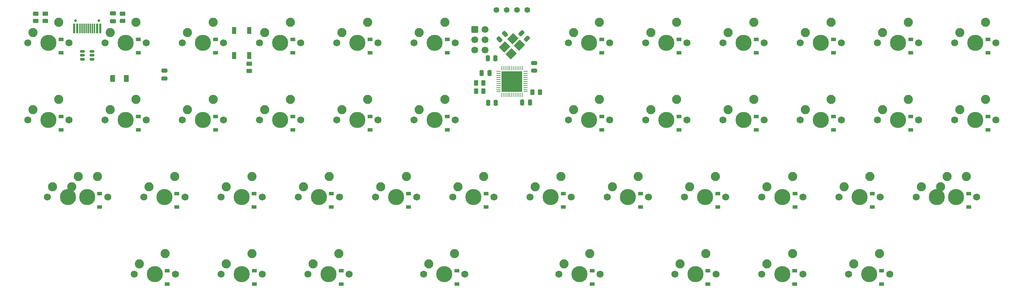
<source format=gbs>
G04 #@! TF.GenerationSoftware,KiCad,Pcbnew,(6.0.5)*
G04 #@! TF.CreationDate,2022-07-31T23:30:22-04:00*
G04 #@! TF.ProjectId,phoenix45_alpha-rounded,70686f65-6e69-4783-9435-5f616c706861,rev?*
G04 #@! TF.SameCoordinates,Original*
G04 #@! TF.FileFunction,Soldermask,Bot*
G04 #@! TF.FilePolarity,Negative*
%FSLAX46Y46*%
G04 Gerber Fmt 4.6, Leading zero omitted, Abs format (unit mm)*
G04 Created by KiCad (PCBNEW (6.0.5)) date 2022-07-31 23:30:22*
%MOMM*%
%LPD*%
G01*
G04 APERTURE LIST*
G04 Aperture macros list*
%AMRoundRect*
0 Rectangle with rounded corners*
0 $1 Rounding radius*
0 $2 $3 $4 $5 $6 $7 $8 $9 X,Y pos of 4 corners*
0 Add a 4 corners polygon primitive as box body*
4,1,4,$2,$3,$4,$5,$6,$7,$8,$9,$2,$3,0*
0 Add four circle primitives for the rounded corners*
1,1,$1+$1,$2,$3*
1,1,$1+$1,$4,$5*
1,1,$1+$1,$6,$7*
1,1,$1+$1,$8,$9*
0 Add four rect primitives between the rounded corners*
20,1,$1+$1,$2,$3,$4,$5,0*
20,1,$1+$1,$4,$5,$6,$7,0*
20,1,$1+$1,$6,$7,$8,$9,0*
20,1,$1+$1,$8,$9,$2,$3,0*%
%AMRotRect*
0 Rectangle, with rotation*
0 The origin of the aperture is its center*
0 $1 length*
0 $2 width*
0 $3 Rotation angle, in degrees counterclockwise*
0 Add horizontal line*
21,1,$1,$2,0,0,$3*%
G04 Aperture macros list end*
%ADD10C,3.987800*%
%ADD11C,1.750000*%
%ADD12C,2.250000*%
%ADD13C,1.397000*%
%ADD14RoundRect,0.250000X-0.600000X-0.600000X0.600000X-0.600000X0.600000X0.600000X-0.600000X0.600000X0*%
%ADD15C,1.700000*%
%ADD16R,1.200000X0.900000*%
%ADD17RoundRect,0.250000X-0.262500X-0.450000X0.262500X-0.450000X0.262500X0.450000X-0.262500X0.450000X0*%
%ADD18RotRect,2.100000X1.800000X225.000000*%
%ADD19RoundRect,0.250000X0.475000X-0.250000X0.475000X0.250000X-0.475000X0.250000X-0.475000X-0.250000X0*%
%ADD20RoundRect,0.250000X-0.250000X-0.475000X0.250000X-0.475000X0.250000X0.475000X-0.250000X0.475000X0*%
%ADD21RoundRect,0.250000X0.262500X0.450000X-0.262500X0.450000X-0.262500X-0.450000X0.262500X-0.450000X0*%
%ADD22R,1.100000X1.800000*%
%ADD23RoundRect,0.250000X0.159099X-0.512652X0.512652X-0.159099X-0.159099X0.512652X-0.512652X0.159099X0*%
%ADD24RoundRect,0.250000X0.250000X0.475000X-0.250000X0.475000X-0.250000X-0.475000X0.250000X-0.475000X0*%
%ADD25RoundRect,0.250000X-0.450000X0.262500X-0.450000X-0.262500X0.450000X-0.262500X0.450000X0.262500X0*%
%ADD26C,0.650000*%
%ADD27R,0.600000X2.450000*%
%ADD28R,0.300000X2.450000*%
%ADD29RoundRect,0.150000X-0.450000X-0.150000X0.450000X-0.150000X0.450000X0.150000X-0.450000X0.150000X0*%
%ADD30RoundRect,0.062500X-0.475000X-0.062500X0.475000X-0.062500X0.475000X0.062500X-0.475000X0.062500X0*%
%ADD31RoundRect,0.062500X-0.062500X-0.475000X0.062500X-0.475000X0.062500X0.475000X-0.062500X0.475000X0*%
%ADD32R,5.200000X5.200000*%
%ADD33RoundRect,0.250000X0.512652X0.159099X0.159099X0.512652X-0.512652X-0.159099X-0.159099X-0.512652X0*%
%ADD34RoundRect,0.210527X-0.389473X-0.664473X0.389473X-0.664473X0.389473X0.664473X-0.389473X0.664473X0*%
G04 APERTURE END LIST*
D10*
X101600000Y-75406250D03*
D11*
X96520000Y-75406250D03*
X106680000Y-75406250D03*
D12*
X97790000Y-72866250D03*
X104140000Y-70326250D03*
D11*
X66198750Y-94456250D03*
D10*
X61118750Y-94456250D03*
D11*
X56038750Y-94456250D03*
D12*
X57308750Y-91916250D03*
X63658750Y-89376250D03*
D10*
X120650000Y-75406250D03*
D11*
X115570000Y-75406250D03*
X125730000Y-75406250D03*
D12*
X116840000Y-72866250D03*
X123190000Y-70326250D03*
D11*
X240030000Y-75406250D03*
D10*
X234950000Y-75406250D03*
D11*
X229870000Y-75406250D03*
D12*
X231140000Y-72866250D03*
X237490000Y-70326250D03*
D11*
X182245000Y-56356250D03*
D10*
X187325000Y-56356250D03*
D11*
X192405000Y-56356250D03*
D12*
X183515000Y-53816250D03*
X189865000Y-51276250D03*
D11*
X230505000Y-37306250D03*
X220345000Y-37306250D03*
D10*
X225425000Y-37306250D03*
D12*
X221615000Y-34766250D03*
X227965000Y-32226250D03*
D10*
X254000000Y-75406250D03*
D11*
X259080000Y-75406250D03*
X248920000Y-75406250D03*
D12*
X250190000Y-72866250D03*
X256540000Y-70326250D03*
D11*
X98901250Y-94456250D03*
X109061250Y-94456250D03*
D10*
X103981250Y-94456250D03*
D12*
X100171250Y-91916250D03*
X106521250Y-89376250D03*
D11*
X40005000Y-37306250D03*
X29845000Y-37306250D03*
D10*
X34925000Y-37306250D03*
D12*
X31115000Y-34766250D03*
X37465000Y-32226250D03*
D10*
X215900000Y-94456250D03*
D11*
X220980000Y-94456250D03*
X210820000Y-94456250D03*
D12*
X212090000Y-91916250D03*
X218440000Y-89376250D03*
D11*
X249555000Y-37306250D03*
D10*
X244475000Y-37306250D03*
D11*
X239395000Y-37306250D03*
D12*
X240665000Y-34766250D03*
X247015000Y-32226250D03*
D13*
X153035000Y-29101250D03*
X150495000Y-29101250D03*
X147955000Y-29101250D03*
X145415000Y-29101250D03*
D11*
X201295000Y-37306250D03*
X211455000Y-37306250D03*
D10*
X206375000Y-37306250D03*
D12*
X202565000Y-34766250D03*
X208915000Y-32226250D03*
D10*
X215900000Y-75406250D03*
D11*
X220980000Y-75406250D03*
X210820000Y-75406250D03*
D12*
X212090000Y-72866250D03*
X218440000Y-70326250D03*
D11*
X230505000Y-56356250D03*
D10*
X225425000Y-56356250D03*
D11*
X220345000Y-56356250D03*
D12*
X221615000Y-53816250D03*
X227965000Y-51276250D03*
D11*
X192405000Y-37306250D03*
X182245000Y-37306250D03*
D10*
X187325000Y-37306250D03*
D12*
X183515000Y-34766250D03*
X189865000Y-32226250D03*
D11*
X48895000Y-56356250D03*
X59055000Y-56356250D03*
D10*
X53975000Y-56356250D03*
D12*
X50165000Y-53816250D03*
X56515000Y-51276250D03*
D10*
X92075000Y-56356250D03*
D11*
X86995000Y-56356250D03*
X97155000Y-56356250D03*
D12*
X88265000Y-53816250D03*
X94615000Y-51276250D03*
D11*
X163830000Y-75406250D03*
X153670000Y-75406250D03*
D10*
X158750000Y-75406250D03*
D12*
X154940000Y-72866250D03*
X161290000Y-70326250D03*
D10*
X82550000Y-94456250D03*
D11*
X87630000Y-94456250D03*
X77470000Y-94456250D03*
D12*
X78740000Y-91916250D03*
X85090000Y-89376250D03*
D11*
X78105000Y-56356250D03*
D10*
X73025000Y-56356250D03*
D11*
X67945000Y-56356250D03*
D12*
X69215000Y-53816250D03*
X75565000Y-51276250D03*
D11*
X239395000Y-56356250D03*
X249555000Y-56356250D03*
D10*
X244475000Y-56356250D03*
D12*
X240665000Y-53816250D03*
X247015000Y-51276250D03*
D11*
X173355000Y-56356250D03*
X163195000Y-56356250D03*
D10*
X168275000Y-56356250D03*
D12*
X164465000Y-53816250D03*
X170815000Y-51276250D03*
D11*
X58420000Y-75406250D03*
D10*
X63500000Y-75406250D03*
D11*
X68580000Y-75406250D03*
D12*
X59690000Y-72866250D03*
X66040000Y-70326250D03*
D11*
X137636250Y-94456250D03*
D10*
X132556250Y-94456250D03*
D11*
X127476250Y-94456250D03*
D12*
X128746250Y-91916250D03*
X135096250Y-89376250D03*
D11*
X172720000Y-75406250D03*
D10*
X177800000Y-75406250D03*
D11*
X182880000Y-75406250D03*
D12*
X173990000Y-72866250D03*
X180340000Y-70326250D03*
D10*
X130175000Y-37306250D03*
D11*
X125095000Y-37306250D03*
X135255000Y-37306250D03*
D12*
X126365000Y-34766250D03*
X132715000Y-32226250D03*
D11*
X29845000Y-56356250D03*
D10*
X34925000Y-56356250D03*
D11*
X40005000Y-56356250D03*
D12*
X31115000Y-53816250D03*
X37465000Y-51276250D03*
D14*
X140017500Y-33972500D03*
D15*
X142557500Y-33972500D03*
X140017500Y-36512500D03*
X142557500Y-36512500D03*
X140017500Y-39052500D03*
X142557500Y-39052500D03*
D11*
X44767500Y-75406250D03*
X34607500Y-75406250D03*
D10*
X39687500Y-75406250D03*
D12*
X35877500Y-72866250D03*
X42227500Y-70326250D03*
D11*
X67945000Y-37306250D03*
X78105000Y-37306250D03*
D10*
X73025000Y-37306250D03*
D12*
X69215000Y-34766250D03*
X75565000Y-32226250D03*
D11*
X135255000Y-56356250D03*
D10*
X130175000Y-56356250D03*
D11*
X125095000Y-56356250D03*
D12*
X126365000Y-53816250D03*
X132715000Y-51276250D03*
D10*
X263525000Y-37306250D03*
D11*
X268605000Y-37306250D03*
X258445000Y-37306250D03*
D12*
X259715000Y-34766250D03*
X266065000Y-32226250D03*
D11*
X106045000Y-37306250D03*
X116205000Y-37306250D03*
D10*
X111125000Y-37306250D03*
D12*
X107315000Y-34766250D03*
X113665000Y-32226250D03*
D10*
X263525000Y-56356250D03*
D11*
X258445000Y-56356250D03*
X268605000Y-56356250D03*
D12*
X259715000Y-53816250D03*
X266065000Y-51276250D03*
D11*
X253682500Y-75406250D03*
D10*
X258762500Y-75406250D03*
D11*
X263842500Y-75406250D03*
D12*
X254952500Y-72866250D03*
X261302500Y-70326250D03*
D11*
X201930000Y-75406250D03*
X191770000Y-75406250D03*
D10*
X196850000Y-75406250D03*
D12*
X193040000Y-72866250D03*
X199390000Y-70326250D03*
D11*
X160813750Y-94456250D03*
D10*
X165893750Y-94456250D03*
D11*
X170973750Y-94456250D03*
D12*
X162083750Y-91916250D03*
X168433750Y-89376250D03*
D10*
X237331250Y-94456250D03*
D11*
X242411250Y-94456250D03*
X232251250Y-94456250D03*
D12*
X233521250Y-91916250D03*
X239871250Y-89376250D03*
D11*
X116205000Y-56356250D03*
X106045000Y-56356250D03*
D10*
X111125000Y-56356250D03*
D12*
X107315000Y-53816250D03*
X113665000Y-51276250D03*
D11*
X199548750Y-94456250D03*
D10*
X194468750Y-94456250D03*
D11*
X189388750Y-94456250D03*
D12*
X190658750Y-91916250D03*
X197008750Y-89376250D03*
D11*
X163195000Y-37306250D03*
X173355000Y-37306250D03*
D10*
X168275000Y-37306250D03*
D12*
X164465000Y-34766250D03*
X170815000Y-32226250D03*
D10*
X44450000Y-75406250D03*
D11*
X49530000Y-75406250D03*
X39370000Y-75406250D03*
D12*
X40640000Y-72866250D03*
X46990000Y-70326250D03*
D11*
X134620000Y-75406250D03*
D10*
X139700000Y-75406250D03*
D11*
X144780000Y-75406250D03*
D12*
X135890000Y-72866250D03*
X142240000Y-70326250D03*
D11*
X87630000Y-75406250D03*
X77470000Y-75406250D03*
D10*
X82550000Y-75406250D03*
D12*
X78740000Y-72866250D03*
X85090000Y-70326250D03*
D10*
X206375000Y-56356250D03*
D11*
X211455000Y-56356250D03*
X201295000Y-56356250D03*
D12*
X202565000Y-53816250D03*
X208915000Y-51276250D03*
D11*
X48895000Y-37306250D03*
D10*
X53975000Y-37306250D03*
D11*
X59055000Y-37306250D03*
D12*
X50165000Y-34766250D03*
X56515000Y-32226250D03*
D11*
X86995000Y-37306250D03*
D10*
X92075000Y-37306250D03*
D11*
X97155000Y-37306250D03*
D12*
X88265000Y-34766250D03*
X94615000Y-32226250D03*
D16*
X85650630Y-77850000D03*
X85650630Y-74550000D03*
D17*
X140375000Y-47180500D03*
X142200000Y-47180500D03*
D18*
X151063478Y-37887868D03*
X149012868Y-39938478D03*
X147386522Y-38312132D03*
X149437132Y-36261522D03*
D19*
X50800000Y-31906250D03*
X50800000Y-30006250D03*
D16*
X104701418Y-77850000D03*
X104701418Y-74550000D03*
X168995262Y-96900000D03*
X168995262Y-93600000D03*
X266626512Y-58800000D03*
X266626512Y-55500000D03*
X190426512Y-58800000D03*
X190426512Y-55500000D03*
X76118439Y-58800000D03*
X76118439Y-55500000D03*
X266626512Y-39750000D03*
X266626512Y-36450000D03*
X135651081Y-96900000D03*
X135651081Y-93600000D03*
X197564834Y-96900000D03*
X197564834Y-93600000D03*
D20*
X143320847Y-52049289D03*
X145220847Y-52049289D03*
D21*
X156133423Y-49471794D03*
X154308423Y-49471794D03*
D16*
X247576512Y-58800000D03*
X247576512Y-55500000D03*
X66599842Y-77850000D03*
X66599842Y-74550000D03*
X261848144Y-77850000D03*
X261848144Y-74550000D03*
D22*
X80700000Y-40406250D03*
X80700000Y-34206250D03*
X84400000Y-34206250D03*
X84400000Y-40406250D03*
D23*
X146171999Y-36390501D03*
X147515501Y-35046999D03*
D16*
X57069135Y-39750000D03*
X57069135Y-36450000D03*
D24*
X143659830Y-44735027D03*
X141759830Y-44735027D03*
D16*
X38019831Y-58800000D03*
X38019831Y-55500000D03*
D25*
X53181250Y-30043750D03*
X53181250Y-31868750D03*
D16*
X218991491Y-96900000D03*
X218991491Y-93600000D03*
X228526512Y-39750000D03*
X228526512Y-36450000D03*
D19*
X154727044Y-44131736D03*
X154727044Y-42231736D03*
D16*
X95167743Y-39750000D03*
X95167743Y-36450000D03*
X171376512Y-39750000D03*
X171376512Y-36450000D03*
D19*
X63495406Y-46035918D03*
X63495406Y-44135918D03*
D16*
X133266352Y-58800000D03*
X133266352Y-55500000D03*
X107081092Y-96900000D03*
X107081092Y-93600000D03*
D25*
X31750000Y-30043750D03*
X31750000Y-31868750D03*
D16*
X247576512Y-39750000D03*
X247576512Y-36450000D03*
X209476512Y-58800000D03*
X209476512Y-55500000D03*
X161853782Y-77850000D03*
X161853782Y-74550000D03*
X199955358Y-77850000D03*
X199955358Y-74550000D03*
D25*
X34131250Y-30043750D03*
X34131250Y-31868750D03*
D26*
X41560000Y-31738600D03*
X47340000Y-31738600D03*
D27*
X41225000Y-33683600D03*
X42000000Y-33683600D03*
D28*
X42700000Y-33683600D03*
X43200000Y-33683600D03*
X43700000Y-33683600D03*
X44200000Y-33683600D03*
X44700000Y-33683600D03*
X45200000Y-33683600D03*
X45700000Y-33683600D03*
X46200000Y-33683600D03*
D27*
X46900000Y-33683600D03*
X47675000Y-33683600D03*
D16*
X142802994Y-77850000D03*
X142802994Y-74550000D03*
X76118439Y-39750000D03*
X76118439Y-36450000D03*
X228526512Y-58800000D03*
X228526512Y-55500000D03*
X123752206Y-77850000D03*
X123752206Y-74550000D03*
X219006146Y-77850000D03*
X219006146Y-74550000D03*
D29*
X43250000Y-41301474D03*
X43250000Y-40351474D03*
X43250000Y-39401474D03*
X45650000Y-39401474D03*
X45650000Y-40351474D03*
X45650000Y-41301474D03*
D30*
X145887500Y-49331250D03*
X145887500Y-48831250D03*
X145887500Y-48331250D03*
X145887500Y-47831250D03*
X145887500Y-47331250D03*
X145887500Y-46831250D03*
X145887500Y-46331250D03*
X145887500Y-45831250D03*
X145887500Y-45331250D03*
X145887500Y-44831250D03*
X145887500Y-44331250D03*
D31*
X146725000Y-43493750D03*
X147225000Y-43493750D03*
X147725000Y-43493750D03*
X148225000Y-43493750D03*
X148725000Y-43493750D03*
X149225000Y-43493750D03*
X149725000Y-43493750D03*
X150225000Y-43493750D03*
X150725000Y-43493750D03*
X151225000Y-43493750D03*
X151725000Y-43493750D03*
D30*
X152562500Y-44331250D03*
X152562500Y-44831250D03*
X152562500Y-45331250D03*
X152562500Y-45831250D03*
X152562500Y-46331250D03*
X152562500Y-46831250D03*
X152562500Y-47331250D03*
X152562500Y-47831250D03*
X152562500Y-48331250D03*
X152562500Y-48831250D03*
X152562500Y-49331250D03*
D31*
X151725000Y-50168750D03*
X151225000Y-50168750D03*
X150725000Y-50168750D03*
X150225000Y-50168750D03*
X149725000Y-50168750D03*
X149225000Y-50168750D03*
X148725000Y-50168750D03*
X148225000Y-50168750D03*
X147725000Y-50168750D03*
X147225000Y-50168750D03*
X146725000Y-50168750D03*
D32*
X149225000Y-46831250D03*
D33*
X152949752Y-36268502D03*
X151606250Y-34925000D03*
D16*
X238056940Y-77850000D03*
X238056940Y-74550000D03*
X209476512Y-39750000D03*
X209476512Y-36450000D03*
X133266352Y-39750000D03*
X133266352Y-36450000D03*
D34*
X50687500Y-46037500D03*
X54087500Y-46037500D03*
D16*
X114217047Y-39750000D03*
X114217047Y-36450000D03*
X47548589Y-77850000D03*
X47548589Y-74550000D03*
X85666961Y-96900000D03*
X85666961Y-93600000D03*
X180904570Y-77850000D03*
X180904570Y-74550000D03*
X171376512Y-58800000D03*
X171376512Y-55500000D03*
X114217047Y-58800000D03*
X114217047Y-55500000D03*
X190426512Y-39750000D03*
X190426512Y-36450000D03*
D17*
X140375000Y-49212500D03*
X142200000Y-49212500D03*
D25*
X84422527Y-42392654D03*
X84422527Y-44217654D03*
D16*
X95167743Y-58800000D03*
X95167743Y-55500000D03*
X57069135Y-58800000D03*
X57069135Y-55500000D03*
X38019831Y-39750000D03*
X38019831Y-36450000D03*
D24*
X145167112Y-41072062D03*
X143267112Y-41072062D03*
X153665156Y-52030917D03*
X151765156Y-52030917D03*
D16*
X64212329Y-96900000D03*
X64212329Y-93600000D03*
X240412720Y-96900000D03*
X240412720Y-93600000D03*
M02*

</source>
